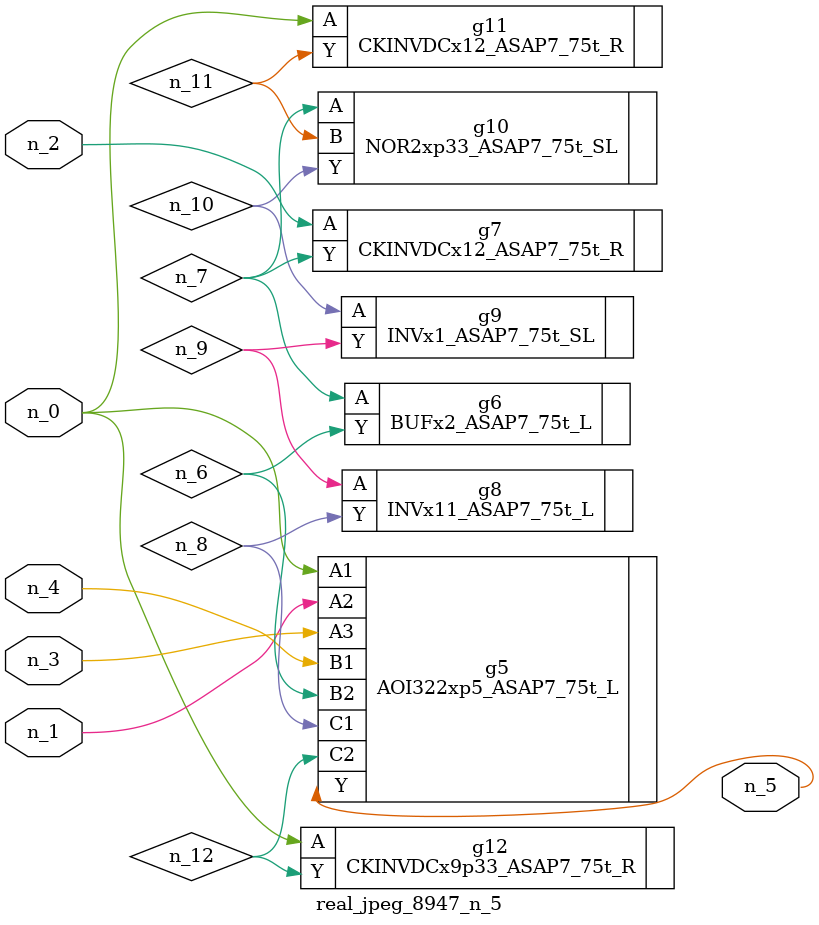
<source format=v>
module real_jpeg_8947_n_5 (n_4, n_0, n_1, n_2, n_3, n_5);

input n_4;
input n_0;
input n_1;
input n_2;
input n_3;

output n_5;

wire n_12;
wire n_8;
wire n_11;
wire n_6;
wire n_7;
wire n_10;
wire n_9;

AOI322xp5_ASAP7_75t_L g5 ( 
.A1(n_0),
.A2(n_1),
.A3(n_3),
.B1(n_4),
.B2(n_6),
.C1(n_8),
.C2(n_12),
.Y(n_5)
);

CKINVDCx12_ASAP7_75t_R g11 ( 
.A(n_0),
.Y(n_11)
);

CKINVDCx9p33_ASAP7_75t_R g12 ( 
.A(n_0),
.Y(n_12)
);

CKINVDCx12_ASAP7_75t_R g7 ( 
.A(n_2),
.Y(n_7)
);

BUFx2_ASAP7_75t_L g6 ( 
.A(n_7),
.Y(n_6)
);

NOR2xp33_ASAP7_75t_SL g10 ( 
.A(n_7),
.B(n_11),
.Y(n_10)
);

INVx11_ASAP7_75t_L g8 ( 
.A(n_9),
.Y(n_8)
);

INVx1_ASAP7_75t_SL g9 ( 
.A(n_10),
.Y(n_9)
);


endmodule
</source>
